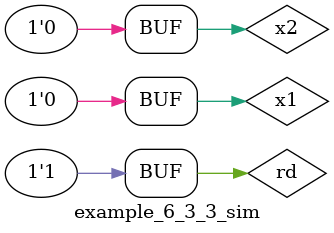
<source format=v>

`timescale 1ns / 1ps	

module example_6_3_3_sim();

    reg x1, x2;
    wire z;
    reg rd;
    reg y2, y1;
    wire ny2, ny1;
                               
    example_6_3_3 U(.x1(x1), .x2(x2), .y2(y2), .y1(y1), .rd(rd), .ny2(ny2), .ny1(ny1), .z(z));

    initial begin
         #0
         y2=0;
         y1=0;
         x1=0;
         x2=0;
         rd=0;

         #5000
         rd=1;

         #15000
         x1=1;
         x2=0;

         #20000
         x1=0;
         x2=0;

         #20000 
         x1=0;
         x2=1;

         #20000 
         x1=0;
         x2=0;

         #20000 
         x1=1;
         x2=0;

         #20000 
         x1=0;
         x2=0;

         #20000 
         x1=0;
         x2=1;

         #20000 
         x1=0;
         x2=0;

         #20000 
         x1=0;
         x2=1;

         #20000 
         x1=0;
         x2=0;

         #20000 
         x1=0;
         x2=1;

         #20000 
         x1=0;
         x2=0;

         #20000 
         x1=1;
         x2=0;

         #20000 
         x1=0;
         x2=0;
    end

    always #1 begin y2 <= ny2; y1 <= ny1; end
    
endmodule
</source>
